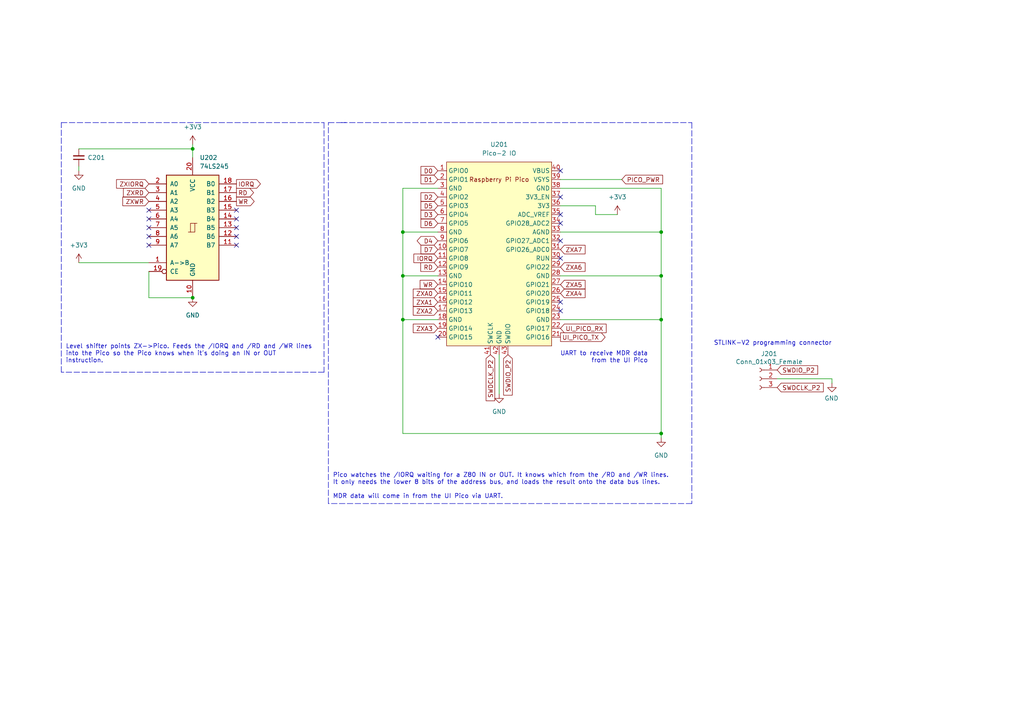
<source format=kicad_sch>
(kicad_sch (version 20211123) (generator eeschema)
  (paper "A4")
  (title_block (title "ZX Spectrum IF1 ROM") (date "2023-02-07") (rev "1.0"))
  (lib_symbols
    (symbol "74LS245_1" (pin_names (offset 1.016))
      (property "Reference" "U2" (at 2.0194 20.32 0))
      (property "Value" "74LS245_1" (at 2.0194 17.78 0))
      (symbol "74LS245_1_1_0"
        (polyline (pts (xy -0.635 -1.27) (xy -0.635 1.27) (xy 0.635 1.27)))
        (polyline (pts (xy -1.27 -1.27) (xy 0.635 -1.27) (xy 0.635 1.27) (xy 1.27 1.27)))
        (pin input line (at -12.7 -10.16 0) (length 5.08) (name "A->B") (number "1"))
        (pin power_in line (at 0 -20.32 90) (length 5.08) (name "GND") (number "10"))
        (pin tri_state line (at 12.7 -5.08 180) (length 5.08) (name "B7") (number "11"))
        (pin tri_state line (at 12.7 -2.54 180) (length 5.08) (name "B6") (number "12"))
        (pin tri_state line (at 12.7 0 180) (length 5.08) (name "B5") (number "13"))
        (pin tri_state line (at 12.7 2.54 180) (length 5.08) (name "B4") (number "14"))
        (pin tri_state line (at 12.7 5.08 180) (length 5.08) (name "B3") (number "15"))
        (pin tri_state line (at 12.7 7.62 180) (length 5.08) (name "B2") (number "16"))
        (pin tri_state line (at 12.7 10.16 180) (length 5.08) (name "B1") (number "17"))
        (pin tri_state line (at 12.7 12.7 180) (length 5.08) (name "B0") (number "18"))
        (pin input inverted (at -12.7 -12.7 0) (length 5.08) (name "CE") (number "19"))
        (pin input line (at -12.7 12.7 0) (length 5.08) (name "A0") (number "2"))
        (pin power_in line (at 0 20.32 270) (length 5.08) (name "VCC") (number "20"))
        (pin tri_state line (at -12.7 10.16 0) (length 5.08) (name "A1") (number "3"))
        (pin tri_state line (at -12.7 7.62 0) (length 5.08) (name "A2") (number "4"))
        (pin tri_state line (at -12.7 5.08 0) (length 5.08) (name "A3") (number "5"))
        (pin tri_state line (at -12.7 2.54 0) (length 5.08) (name "A4") (number "6"))
        (pin tri_state line (at -12.7 0 0) (length 5.08) (name "A5") (number "7"))
        (pin tri_state line (at -12.7 -2.54 0) (length 5.08) (name "A6") (number "8"))
        (pin tri_state line (at -12.7 -5.08 0) (length 5.08) (name "A7") (number "9"))
      )
      (symbol "74LS245_1_1_1"
        (rectangle (start -7.62 15.24) (end 7.62 -15.24) (stroke (width 0.254)) (fill (type background)))
      )
    )
    (symbol "Connector:Conn_01x03_Female" (pin_names (offset 1.016) hide)
      (property "Reference" "J" (at 0 5.08 0))
      (property "Value" "Conn_01x03_Female" (at 0 -5.08 0))
      (symbol "Conn_01x03_Female_1_1"
        (arc (start 0 -2.032) (mid -0.508 -2.54) (end 0 -3.048) (stroke (width 0.1524)))
        (polyline (pts (xy -1.27 -2.54) (xy -0.508 -2.54)) (stroke (width 0.1524)))
        (polyline (pts (xy -1.27 0) (xy -0.508 0)) (stroke (width 0.1524)))
        (polyline (pts (xy -1.27 2.54) (xy -0.508 2.54)) (stroke (width 0.1524)))
        (arc (start 0 0.508) (mid -0.508 0) (end 0 -0.508) (stroke (width 0.1524)))
        (arc (start 0 3.048) (mid -0.508 2.54) (end 0 2.032) (stroke (width 0.1524)))
        (pin passive line (at -5.08 2.54 0) (length 3.81) (name "Pin_1") (number "1"))
        (pin passive line (at -5.08 0 0) (length 3.81) (name "Pin_2") (number "2"))
        (pin passive line (at -5.08 -2.54 0) (length 3.81) (name "Pin_3") (number "3"))
      )
    )
    (symbol "Device:C_Small" (pin_numbers hide) (pin_names (offset 0.254) hide)
      (property "Reference" "C" (at 0.254 1.778 0))
      (property "Value" "C_Small" (at 0.254 -2.032 0))
      (symbol "C_Small_0_1"
        (polyline (pts (xy -1.524 -0.508) (xy 1.524 -0.508)) (stroke (width 0.3302)))
        (polyline (pts (xy -1.524 0.508) (xy 1.524 0.508)) (stroke (width 0.3048)))
      )
      (symbol "C_Small_1_1"
        (pin passive line (at 0 2.54 270) (length 2.032) (name "~") (number "1"))
        (pin passive line (at 0 -2.54 90) (length 2.032) (name "~") (number "2"))
      )
    )
    (symbol "pico-sym:Pico"
      (property "Reference" "U" (at -13.97 27.94 0))
      (property "Value" "Pico" (at 0 19.05 0))
      (symbol "Pico_0_0"
        (text "Raspberry Pi Pico" (at 0 21.59 0) (effects (font (size 1.27 1.27))))
      )
      (symbol "Pico_0_1"
        (rectangle (start -15.24 26.67) (end 15.24 -26.67) (fill (type background)))
      )
      (symbol "Pico_1_1"
        (pin bidirectional line (at -17.78 24.13 0) (length 2.54) (name "GPIO0") (number "1"))
        (pin bidirectional line (at -17.78 1.27 0) (length 2.54) (name "GPIO7") (number "10"))
        (pin bidirectional line (at -17.78 -1.27 0) (length 2.54) (name "GPIO8") (number "11"))
        (pin bidirectional line (at -17.78 -3.81 0) (length 2.54) (name "GPIO9") (number "12"))
        (pin power_in line (at -17.78 -6.35 0) (length 2.54) (name "GND") (number "13"))
        (pin bidirectional line (at -17.78 -8.89 0) (length 2.54) (name "GPIO10") (number "14"))
        (pin bidirectional line (at -17.78 -11.43 0) (length 2.54) (name "GPIO11") (number "15"))
        (pin bidirectional line (at -17.78 -13.97 0) (length 2.54) (name "GPIO12") (number "16"))
        (pin bidirectional line (at -17.78 -16.51 0) (length 2.54) (name "GPIO13") (number "17"))
        (pin power_in line (at -17.78 -19.05 0) (length 2.54) (name "GND") (number "18"))
        (pin bidirectional line (at -17.78 -21.59 0) (length 2.54) (name "GPIO14") (number "19"))
        (pin bidirectional line (at -17.78 21.59 0) (length 2.54) (name "GPIO1") (number "2"))
        (pin bidirectional line (at -17.78 -24.13 0) (length 2.54) (name "GPIO15") (number "20"))
        (pin bidirectional line (at 17.78 -24.13 180) (length 2.54) (name "GPIO16") (number "21"))
        (pin bidirectional line (at 17.78 -21.59 180) (length 2.54) (name "GPIO17") (number "22"))
        (pin power_in line (at 17.78 -19.05 180) (length 2.54) (name "GND") (number "23"))
        (pin bidirectional line (at 17.78 -16.51 180) (length 2.54) (name "GPIO18") (number "24"))
        (pin bidirectional line (at 17.78 -13.97 180) (length 2.54) (name "GPIO19") (number "25"))
        (pin bidirectional line (at 17.78 -11.43 180) (length 2.54) (name "GPIO20") (number "26"))
        (pin bidirectional line (at 17.78 -8.89 180) (length 2.54) (name "GPIO21") (number "27"))
        (pin power_in line (at 17.78 -6.35 180) (length 2.54) (name "GND") (number "28"))
        (pin bidirectional line (at 17.78 -3.81 180) (length 2.54) (name "GPIO22") (number "29"))
        (pin power_in line (at -17.78 19.05 0) (length 2.54) (name "GND") (number "3"))
        (pin input line (at 17.78 -1.27 180) (length 2.54) (name "RUN") (number "30"))
        (pin bidirectional line (at 17.78 1.27 180) (length 2.54) (name "GPIO26_ADC0") (number "31"))
        (pin bidirectional line (at 17.78 3.81 180) (length 2.54) (name "GPIO27_ADC1") (number "32"))
        (pin power_in line (at 17.78 6.35 180) (length 2.54) (name "AGND") (number "33"))
        (pin bidirectional line (at 17.78 8.89 180) (length 2.54) (name "GPIO28_ADC2") (number "34"))
        (pin power_in line (at 17.78 11.43 180) (length 2.54) (name "ADC_VREF") (number "35"))
        (pin power_in line (at 17.78 13.97 180) (length 2.54) (name "3V3") (number "36"))
        (pin input line (at 17.78 16.51 180) (length 2.54) (name "3V3_EN") (number "37"))
        (pin bidirectional line (at 17.78 19.05 180) (length 2.54) (name "GND") (number "38"))
        (pin power_in line (at 17.78 21.59 180) (length 2.54) (name "VSYS") (number "39"))
        (pin bidirectional line (at -17.78 16.51 0) (length 2.54) (name "GPIO2") (number "4"))
        (pin power_in line (at 17.78 24.13 180) (length 2.54) (name "VBUS") (number "40"))
        (pin input line (at -2.54 -29.21 90) (length 2.54) (name "SWCLK") (number "41"))
        (pin power_in line (at 0 -29.21 90) (length 2.54) (name "GND") (number "42"))
        (pin bidirectional line (at 2.54 -29.21 90) (length 2.54) (name "SWDIO") (number "43"))
        (pin bidirectional line (at -17.78 13.97 0) (length 2.54) (name "GPIO3") (number "5"))
        (pin bidirectional line (at -17.78 11.43 0) (length 2.54) (name "GPIO4") (number "6"))
        (pin bidirectional line (at -17.78 8.89 0) (length 2.54) (name "GPIO5") (number "7"))
        (pin power_in line (at -17.78 6.35 0) (length 2.54) (name "GND") (number "8"))
        (pin bidirectional line (at -17.78 3.81 0) (length 2.54) (name "GPIO6") (number "9"))
      )
    )
    (symbol "power:+3V3" (power) (pin_names (offset 0))
      (property "Value" "+3V3" (at 0 3.556 0))
      (symbol "+3V3_0_1"
        (polyline (pts (xy -0.762 1.27) (xy 0 2.54)))
        (polyline (pts (xy 0 0) (xy 0 2.54)))
        (polyline (pts (xy 0 2.54) (xy 0.762 1.27)))
      )
      (symbol "+3V3_1_1"
        (pin power_in line (at 0 0 90) (length 0) hide (name "+3V3") (number "1"))
      )
    )
    (symbol "power:GND" (power) (pin_names (offset 0))
      (property "Value" "GND" (at 0 -3.81 0))
      (symbol "GND_0_1"
        (polyline (pts (xy 0 0) (xy 0 -1.27) (xy 1.27 -1.27) (xy 0 -2.54) (xy -1.27 -1.27) (xy 0 -1.27)))
      )
      (symbol "GND_1_1"
        (pin power_in line (at 0 0 270) (length 0) hide (name "GND") (number "1"))
      )
    )
  )
  (junction (at 191.77 125.73))
  (junction (at 116.84 80.01))
  (junction (at 116.84 92.71))
  (junction (at 191.77 67.31))
  (junction (at 55.88 86.36))
  (junction (at 55.88 43.18))
  (junction (at 191.77 92.71))
  (junction (at 116.84 67.31))
  (junction (at 191.77 80.01))
  (no_connect (at 162.56 49.53))
  (no_connect (at 43.18 66.04))
  (no_connect (at 43.18 71.12))
  (no_connect (at 43.18 63.5))
  (no_connect (at 68.58 68.58))
  (no_connect (at 43.18 68.58))
  (no_connect (at 127 97.79))
  (no_connect (at 162.56 64.77))
  (no_connect (at 162.56 62.23))
  (no_connect (at 43.18 60.96))
  (no_connect (at 68.58 60.96))
  (no_connect (at 162.56 57.15))
  (no_connect (at 68.58 71.12))
  (no_connect (at 68.58 63.5))
  (no_connect (at 162.56 69.85))
  (no_connect (at 162.56 90.17))
  (no_connect (at 68.58 66.04))
  (no_connect (at 162.56 87.63))
  (no_connect (at 162.56 74.93))
  (wire (pts (xy 22.86 76.2) (xy 43.18 76.2)))
  (polyline (pts (xy 93.98 107.95) (xy 17.78 107.95)))
  (polyline (pts (xy 95.25 146.05) (xy 95.25 35.56)))
  (polyline (pts (xy 17.78 107.95) (xy 17.78 36.83)))
  (wire (pts (xy 162.56 54.61) (xy 191.77 54.61)))
  (wire (pts (xy 22.86 48.26) (xy 22.86 49.53)))
  (wire (pts (xy 116.84 67.31) (xy 127 67.31)))
  (polyline (pts (xy 99.06 35.56) (xy 200.66 35.56)))
  (wire (pts (xy 22.86 43.18) (xy 55.88 43.18)))
  (wire (pts (xy 116.84 80.01) (xy 116.84 92.71)))
  (polyline (pts (xy 200.66 35.56) (xy 200.66 146.05)))
  (wire (pts (xy 191.77 67.31) (xy 191.77 80.01)))
  (wire (pts (xy 116.84 54.61) (xy 116.84 67.31)))
  (wire (pts (xy 116.84 92.71) (xy 127 92.71)))
  (polyline (pts (xy 17.78 35.56) (xy 93.98 35.56)))
  (polyline (pts (xy 200.66 146.05) (xy 95.25 146.05)))
  (wire (pts (xy 144.78 102.87) (xy 144.78 114.3)))
  (polyline (pts (xy 17.78 35.56) (xy 17.78 36.83)))
  (wire (pts (xy 241.3 111.125) (xy 241.3 109.855)))
  (wire (pts (xy 55.88 41.91) (xy 55.88 43.18)))
  (wire (pts (xy 116.84 92.71) (xy 116.84 125.73)))
  (wire (pts (xy 172.72 59.69) (xy 172.72 62.23)))
  (wire (pts (xy 43.18 78.74) (xy 43.18 86.36)))
  (polyline (pts (xy 95.25 35.56) (xy 100.33 35.56)))
  (wire (pts (xy 162.56 59.69) (xy 172.72 59.69)))
  (wire (pts (xy 116.84 67.31) (xy 116.84 80.01)))
  (wire (pts (xy 116.84 125.73) (xy 191.77 125.73)))
  (wire (pts (xy 162.56 67.31) (xy 191.77 67.31)))
  (wire (pts (xy 172.72 62.23) (xy 179.07 62.23)))
  (wire (pts (xy 191.77 127) (xy 191.77 125.73)))
  (wire (pts (xy 191.77 80.01) (xy 191.77 92.71)))
  (wire (pts (xy 191.77 92.71) (xy 191.77 125.73)))
  (wire (pts (xy 191.77 54.61) (xy 191.77 67.31)))
  (wire (pts (xy 162.56 52.07) (xy 180.34 52.07)))
  (polyline (pts (xy 93.98 35.56) (xy 93.98 107.95)))
  (wire (pts (xy 55.88 43.18) (xy 55.88 45.72)))
  (wire (pts (xy 162.56 80.01) (xy 191.77 80.01)))
  (wire (pts (xy 162.56 92.71) (xy 191.77 92.71)))
  (wire (pts (xy 127 54.61) (xy 116.84 54.61)))
  (polyline (pts (xy 17.78 36.83) (xy 17.78 36.83)))
  (wire (pts (xy 241.3 109.855) (xy 225.425 109.855)))
  (wire (pts (xy 116.84 80.01) (xy 127 80.01)))
  (wire (pts (xy 43.18 86.36) (xy 55.88 86.36)))
  (text "UART to receive MDR data\nfrom the UI Pico" (at 187.96 105.41 180) (effects (font (size 1.27 1.27)) (justify right bottom)))
  (text "Level shifter points ZX->Pico. Feeds the /IORQ and /RD and /WR lines\ninto the Pico so the Pico knows when it's doing an IN or OUT\ninstruction." (at 19.05 105.41 0) (effects (font (size 1.27 1.27)) (justify left bottom)))
  (text "Pico watches the /IORQ waiting for a Z80 IN or OUT. It knows which from the /RD and /WR lines.\nIt only needs the lower 8 bits of the address bus, and loads the result onto the data bus lines.\n\nMDR data will come in from the UI Pico via UART." (at 96.52 144.78 0) (effects (font (size 1.27 1.27)) (justify left bottom)))
  (text "STLINK-V2 programming connector" (at 207.01 100.33 0) (effects (font (size 1.27 1.27)) (justify left bottom)))
  (global_label "ZXA0" (shape input) (at 127 85.09 180) (property "Intersheet References" "${INTERSHEET_REFS}" (effects hide)))
  (global_label "UI_PICO_RX" (shape input) (at 162.56 95.25 0) (property "Intersheet References" "${INTERSHEET_REFS}" (effects hide)))
  (global_label "ZXA5" (shape input) (at 162.56 82.55 0) (property "Intersheet References" "${INTERSHEET_REFS}" (effects hide)))
  (global_label "IORQ" (shape output) (at 68.58 53.34 0) (property "Intersheet References" "${INTERSHEET_REFS}" (effects hide)))
  (global_label "PICO_PWR" (shape input) (at 180.34 52.07 0) (property "Intersheet References" "${INTERSHEET_REFS}" (effects hide)))
  (global_label "UI_PICO_TX" (shape output) (at 162.56 97.79 0) (property "Intersheet References" "${INTERSHEET_REFS}" (effects hide)))
  (global_label "ZXWR" (shape input) (at 43.18 58.42 180) (property "Intersheet References" "${INTERSHEET_REFS}" (effects hide)))
  (global_label "ZXA2" (shape input) (at 127 90.17 180) (property "Intersheet References" "${INTERSHEET_REFS}" (effects hide)))
  (global_label "D6" (shape input) (at 127 64.77 180) (property "Intersheet References" "${INTERSHEET_REFS}" (effects hide)))
  (global_label "ZXA1" (shape input) (at 127 87.63 180) (property "Intersheet References" "${INTERSHEET_REFS}" (effects hide)))
  (global_label "ZXA3" (shape input) (at 127 95.25 180) (property "Intersheet References" "${INTERSHEET_REFS}" (effects hide)))
  (global_label "SWDCLK_P2" (shape input) (at 142.24 102.87 270) (property "Intersheet References" "${INTERSHEET_REFS}" (effects hide)))
  (global_label "SWDIO_P2" (shape input) (at 225.425 107.315 0) (property "Intersheet References" "${INTERSHEET_REFS}" (effects hide)))
  (global_label "SWDCLK_P2" (shape input) (at 225.425 112.395 0) (property "Intersheet References" "${INTERSHEET_REFS}" (effects hide)))
  (global_label "SWDIO_P2" (shape input) (at 147.32 102.87 270) (property "Intersheet References" "${INTERSHEET_REFS}" (effects hide)))
  (global_label "WR" (shape output) (at 68.58 58.42 0) (property "Intersheet References" "${INTERSHEET_REFS}" (effects hide)))
  (global_label "RD" (shape output) (at 68.58 55.88 0) (property "Intersheet References" "${INTERSHEET_REFS}" (effects hide)))
  (global_label "ZXRD" (shape input) (at 43.18 55.88 180) (property "Intersheet References" "${INTERSHEET_REFS}" (effects hide)))
  (global_label "ZXIORQ" (shape input) (at 43.18 53.34 180) (property "Intersheet References" "${INTERSHEET_REFS}" (effects hide)))
  (global_label "WR" (shape input) (at 127 82.55 180) (property "Intersheet References" "${INTERSHEET_REFS}" (effects hide)))
  (global_label "ZXA4" (shape input) (at 162.56 85.09 0) (property "Intersheet References" "${INTERSHEET_REFS}" (effects hide)))
  (global_label "D1" (shape input) (at 127 52.07 180) (property "Intersheet References" "${INTERSHEET_REFS}" (effects hide)))
  (global_label "RD" (shape input) (at 127 77.47 180) (property "Intersheet References" "${INTERSHEET_REFS}" (effects hide)))
  (global_label "ZXA6" (shape input) (at 162.56 77.47 0) (property "Intersheet References" "${INTERSHEET_REFS}" (effects hide)))
  (global_label "ZXA7" (shape input) (at 162.56 72.39 0) (property "Intersheet References" "${INTERSHEET_REFS}" (effects hide)))
  (global_label "D4" (shape bidirectional) (at 127 69.85 180) (property "Intersheet References" "${INTERSHEET_REFS}" (effects hide)))
  (global_label "D2" (shape input) (at 127 57.15 180) (property "Intersheet References" "${INTERSHEET_REFS}" (effects hide)))
  (global_label "IORQ" (shape input) (at 127 74.93 180) (property "Intersheet References" "${INTERSHEET_REFS}" (effects hide)))
  (global_label "D5" (shape input) (at 127 59.69 180) (property "Intersheet References" "${INTERSHEET_REFS}" (effects hide)))
  (global_label "D0" (shape input) (at 127 49.53 180) (property "Intersheet References" "${INTERSHEET_REFS}" (effects hide)))
  (global_label "D3" (shape input) (at 127 62.23 180) (property "Intersheet References" "${INTERSHEET_REFS}" (effects hide)))
  (global_label "D7" (shape input) (at 127 72.39 180) (property "Intersheet References" "${INTERSHEET_REFS}" (effects hide)))
  (symbol (lib_id "power:+3V3") (at 22.86 76.2 0) (unit 1)
    (property "Reference" "#PWR0205" (effects hide))
    (property "Value" "+3V3" (at 22.86 71.12 0))
  )
  (symbol (lib_name "74LS245_1") (lib_id "74xx:74LS245") (at 55.88 66.04 0) (unit 1)
    (property "Reference" "U202" (at 57.8994 45.72 0) (effects (justify left)))
    (property "Value" "74LS245" (at 57.8994 48.26 0) (effects (justify left)))
    (property "Footprint" "Package_SO:SO-20_5.3x12.6mm_P1.27mm" (effects hide))
    (property "Datasheet" "http://www.ti.com/lit/gpn/sn74LS245" (effects hide))
  )
  (symbol (lib_id "Device:C_Small") (at 22.86 45.72 180) (unit 1)
    (property "Reference" "C201" (at 25.4 45.7135 0) (effects (justify right)))
    (property "Value" "C_Small" (effects hide))
    (property "Footprint" "Capacitor_SMD:C_1206_3216Metric" (effects hide))
  )
  (symbol (lib_id "power:GND") (at 55.88 86.36 0) (unit 1)
    (property "Reference" "#PWR0207" (effects hide))
    (property "Value" "GND" (at 55.88 91.44 0))
  )
  (symbol (lib_id "Connector:Conn_01x03_Female") (at 220.345 109.855 0) (mirror y) (unit 1)
    (property "Reference" "J201" (at 223.0882 102.616 0))
    (property "Value" "Conn_01x03_Female" (at 223.0882 104.9274 0))
    (property "Footprint" "Connector_PinHeader_2.54mm:PinHeader_1x03_P2.54mm_Vertical" (effects hide))
  )
  (symbol (lib_id "power:GND") (at 241.3 111.125 0) (mirror y) (unit 1)
    (property "Reference" "#PWR0208" (effects hide))
    (property "Value" "GND" (at 241.173 115.5192 0))
  )
  (symbol (lib_id "power:GND") (at 191.77 127 0) (unit 1)
    (property "Reference" "#PWR0203" (effects hide))
    (property "Value" "GND" (at 191.77 132.08 0))
  )
  (symbol (lib_id "power:+3V3") (at 179.07 62.23 0) (unit 1)
    (property "Reference" "#PWR0202" (effects hide))
    (property "Value" "+3V3" (at 179.07 57.15 0))
  )
  (symbol (lib_id "power:+3V3") (at 55.88 41.91 0) (unit 1)
    (property "Reference" "#PWR0206" (effects hide))
    (property "Value" "+3V3" (at 55.88 36.83 0))
  )
  (symbol (lib_id "pico-sym:Pico") (at 144.78 73.66 0) (unit 1)
    (property "Reference" "U201" (at 144.78 41.91 0))
    (property "Value" "Pico-2 IO" (at 144.78 44.45 0))
    (property "Footprint" "pico-foot:RPi_Pico_SMD_TH" (effects hide))
  )
  (symbol (lib_id "power:GND") (at 22.86 49.53 0) (unit 1)
    (property "Reference" "#PWR0204" (effects hide))
    (property "Value" "GND" (at 22.86 54.61 0))
  )
  (symbol (lib_id "power:GND") (at 144.78 114.3 0) (unit 1)
    (property "Reference" "#PWR0201" (effects hide))
    (property "Value" "GND" (at 144.78 119.38 0))
  )
)
</source>
